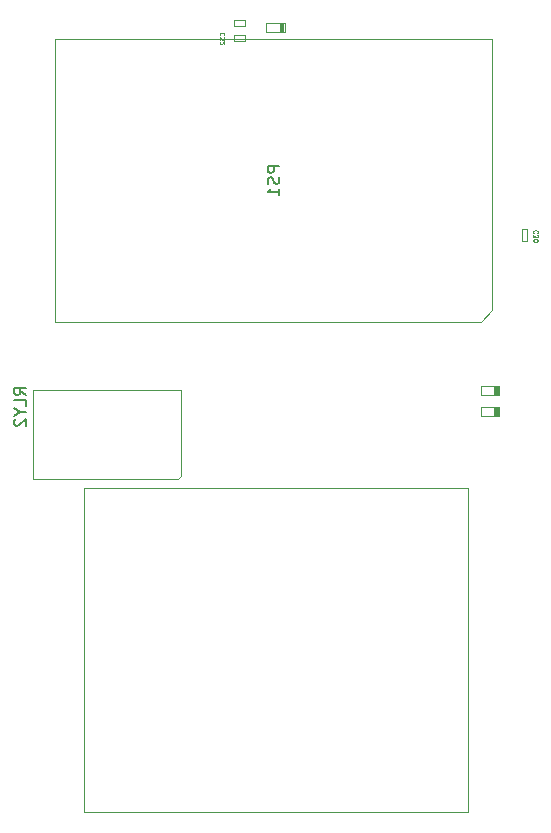
<source format=gbr>
G04 #@! TF.GenerationSoftware,KiCad,Pcbnew,(5.1.10)-1*
G04 #@! TF.CreationDate,2021-06-08T22:52:37-07:00*
G04 #@! TF.ProjectId,Plug_Pass,506c7567-5f50-4617-9373-2e6b69636164,v3.1*
G04 #@! TF.SameCoordinates,Original*
G04 #@! TF.FileFunction,Other,Fab,Bot*
%FSLAX46Y46*%
G04 Gerber Fmt 4.6, Leading zero omitted, Abs format (unit mm)*
G04 Created by KiCad (PCBNEW (5.1.10)-1) date 2021-06-08 22:52:37*
%MOMM*%
%LPD*%
G01*
G04 APERTURE LIST*
%ADD10C,0.100000*%
%ADD11C,0.010000*%
%ADD12C,0.200000*%
%ADD13C,0.025000*%
%ADD14C,0.050000*%
%ADD15C,0.120000*%
%ADD16C,0.150000*%
%ADD17C,0.038608*%
G04 APERTURE END LIST*
D10*
X170408000Y-84644000D02*
X134408000Y-84644000D01*
X134408000Y-84644000D02*
X134408000Y-60644000D01*
X134408000Y-60644000D02*
X171408000Y-60644000D01*
X171408000Y-60644000D02*
X171408000Y-83644000D01*
X170408000Y-84644000D02*
X171408000Y-83644000D01*
D11*
X171841000Y-92597000D02*
X171551000Y-92597000D01*
X171551000Y-92597000D02*
X171551000Y-91807000D01*
X171551000Y-91807000D02*
X171841000Y-91807000D01*
X171841000Y-91807000D02*
X171841000Y-92597000D01*
X171836000Y-92592000D02*
X171556000Y-92592000D01*
X171556000Y-92592000D02*
X171556000Y-91812000D01*
X171556000Y-91812000D02*
X171836000Y-91812000D01*
X171836000Y-91812000D02*
X171836000Y-92592000D01*
D12*
X171726000Y-92482000D02*
X171666000Y-92482000D01*
X171666000Y-92482000D02*
X171666000Y-91922000D01*
X171666000Y-91922000D02*
X171726000Y-91922000D01*
X171726000Y-91922000D02*
X171726000Y-92482000D01*
D10*
X171776000Y-92532000D02*
X171616000Y-92532000D01*
X171616000Y-92532000D02*
X171616000Y-91872000D01*
X171616000Y-91872000D02*
X171776000Y-91872000D01*
X171776000Y-91872000D02*
X171776000Y-92532000D01*
D13*
X171996000Y-92602000D02*
X170396000Y-92602000D01*
X170396000Y-92602000D02*
X170396000Y-91802000D01*
X170396000Y-91802000D02*
X171996000Y-91802000D01*
X171996000Y-91802000D02*
X171996000Y-92602000D01*
X171826000Y-92582000D02*
X171566000Y-92582000D01*
X171566000Y-92582000D02*
X171566000Y-91822000D01*
X171566000Y-91822000D02*
X171826000Y-91822000D01*
X171826000Y-91822000D02*
X171826000Y-92582000D01*
X171814000Y-92569000D02*
X171579000Y-92569000D01*
X171579000Y-92569000D02*
X171579000Y-91834000D01*
X171579000Y-91834000D02*
X171814000Y-91834000D01*
X171814000Y-91834000D02*
X171814000Y-92569000D01*
D14*
X171801000Y-92557000D02*
X171591000Y-92557000D01*
X171591000Y-92557000D02*
X171591000Y-91847000D01*
X171591000Y-91847000D02*
X171801000Y-91847000D01*
X171801000Y-91847000D02*
X171801000Y-92557000D01*
D11*
X171841000Y-90819000D02*
X171551000Y-90819000D01*
X171551000Y-90819000D02*
X171551000Y-90029000D01*
X171551000Y-90029000D02*
X171841000Y-90029000D01*
X171841000Y-90029000D02*
X171841000Y-90819000D01*
X171836000Y-90814000D02*
X171556000Y-90814000D01*
X171556000Y-90814000D02*
X171556000Y-90034000D01*
X171556000Y-90034000D02*
X171836000Y-90034000D01*
X171836000Y-90034000D02*
X171836000Y-90814000D01*
D12*
X171726000Y-90704000D02*
X171666000Y-90704000D01*
X171666000Y-90704000D02*
X171666000Y-90144000D01*
X171666000Y-90144000D02*
X171726000Y-90144000D01*
X171726000Y-90144000D02*
X171726000Y-90704000D01*
D10*
X171776000Y-90754000D02*
X171616000Y-90754000D01*
X171616000Y-90754000D02*
X171616000Y-90094000D01*
X171616000Y-90094000D02*
X171776000Y-90094000D01*
X171776000Y-90094000D02*
X171776000Y-90754000D01*
D13*
X171996000Y-90824000D02*
X170396000Y-90824000D01*
X170396000Y-90824000D02*
X170396000Y-90024000D01*
X170396000Y-90024000D02*
X171996000Y-90024000D01*
X171996000Y-90024000D02*
X171996000Y-90824000D01*
X171826000Y-90804000D02*
X171566000Y-90804000D01*
X171566000Y-90804000D02*
X171566000Y-90044000D01*
X171566000Y-90044000D02*
X171826000Y-90044000D01*
X171826000Y-90044000D02*
X171826000Y-90804000D01*
X171814000Y-90791000D02*
X171579000Y-90791000D01*
X171579000Y-90791000D02*
X171579000Y-90056000D01*
X171579000Y-90056000D02*
X171814000Y-90056000D01*
X171814000Y-90056000D02*
X171814000Y-90791000D01*
D14*
X171801000Y-90779000D02*
X171591000Y-90779000D01*
X171591000Y-90779000D02*
X171591000Y-90069000D01*
X171591000Y-90069000D02*
X171801000Y-90069000D01*
X171801000Y-90069000D02*
X171801000Y-90779000D01*
D13*
X149487000Y-59059000D02*
X150487000Y-59059000D01*
X150487000Y-59059000D02*
X150487000Y-59559000D01*
X150487000Y-59559000D02*
X149487000Y-59559000D01*
X149487000Y-59559000D02*
X149487000Y-59059000D01*
D11*
X153680000Y-60085000D02*
X153390000Y-60085000D01*
X153390000Y-60085000D02*
X153390000Y-59295000D01*
X153390000Y-59295000D02*
X153680000Y-59295000D01*
X153680000Y-59295000D02*
X153680000Y-60085000D01*
X153675000Y-60080000D02*
X153395000Y-60080000D01*
X153395000Y-60080000D02*
X153395000Y-59300000D01*
X153395000Y-59300000D02*
X153675000Y-59300000D01*
X153675000Y-59300000D02*
X153675000Y-60080000D01*
D12*
X153565000Y-59970000D02*
X153505000Y-59970000D01*
X153505000Y-59970000D02*
X153505000Y-59410000D01*
X153505000Y-59410000D02*
X153565000Y-59410000D01*
X153565000Y-59410000D02*
X153565000Y-59970000D01*
D10*
X153615000Y-60020000D02*
X153455000Y-60020000D01*
X153455000Y-60020000D02*
X153455000Y-59360000D01*
X153455000Y-59360000D02*
X153615000Y-59360000D01*
X153615000Y-59360000D02*
X153615000Y-60020000D01*
D13*
X153835000Y-60090000D02*
X152235000Y-60090000D01*
X152235000Y-60090000D02*
X152235000Y-59290000D01*
X152235000Y-59290000D02*
X153835000Y-59290000D01*
X153835000Y-59290000D02*
X153835000Y-60090000D01*
X153665000Y-60070000D02*
X153405000Y-60070000D01*
X153405000Y-60070000D02*
X153405000Y-59310000D01*
X153405000Y-59310000D02*
X153665000Y-59310000D01*
X153665000Y-59310000D02*
X153665000Y-60070000D01*
X153653000Y-60057000D02*
X153418000Y-60057000D01*
X153418000Y-60057000D02*
X153418000Y-59322000D01*
X153418000Y-59322000D02*
X153653000Y-59322000D01*
X153653000Y-59322000D02*
X153653000Y-60057000D01*
D14*
X153640000Y-60045000D02*
X153430000Y-60045000D01*
X153430000Y-60045000D02*
X153430000Y-59335000D01*
X153430000Y-59335000D02*
X153640000Y-59335000D01*
X153640000Y-59335000D02*
X153640000Y-60045000D01*
D13*
X174367000Y-76785000D02*
X174367000Y-77785000D01*
X174367000Y-77785000D02*
X173867000Y-77785000D01*
X173867000Y-77785000D02*
X173867000Y-76785000D01*
X173867000Y-76785000D02*
X174367000Y-76785000D01*
X149487000Y-60329000D02*
X150487000Y-60329000D01*
X150487000Y-60329000D02*
X150487000Y-60829000D01*
X150487000Y-60829000D02*
X149487000Y-60829000D01*
X149487000Y-60829000D02*
X149487000Y-60329000D01*
D15*
X136855200Y-126161800D02*
X169365200Y-126161800D01*
X136855200Y-98731800D02*
X169365200Y-98731800D01*
X136855200Y-126161800D02*
X136855200Y-98731800D01*
X169365200Y-126161800D02*
X169365200Y-98731800D01*
D10*
X145014000Y-97672000D02*
X145014000Y-90397000D01*
X144789000Y-97897000D02*
X132514000Y-97897000D01*
X145014000Y-97672000D02*
X144789000Y-97897000D01*
X132514000Y-97897000D02*
X132514000Y-90397000D01*
X145014000Y-90397000D02*
X132514000Y-90397000D01*
D16*
X153360380Y-71429714D02*
X152360380Y-71429714D01*
X152360380Y-71810666D01*
X152408000Y-71905904D01*
X152455619Y-71953523D01*
X152550857Y-72001142D01*
X152693714Y-72001142D01*
X152788952Y-71953523D01*
X152836571Y-71905904D01*
X152884190Y-71810666D01*
X152884190Y-71429714D01*
X153312761Y-72382095D02*
X153360380Y-72524952D01*
X153360380Y-72763047D01*
X153312761Y-72858285D01*
X153265142Y-72905904D01*
X153169904Y-72953523D01*
X153074666Y-72953523D01*
X152979428Y-72905904D01*
X152931809Y-72858285D01*
X152884190Y-72763047D01*
X152836571Y-72572571D01*
X152788952Y-72477333D01*
X152741333Y-72429714D01*
X152646095Y-72382095D01*
X152550857Y-72382095D01*
X152455619Y-72429714D01*
X152408000Y-72477333D01*
X152360380Y-72572571D01*
X152360380Y-72810666D01*
X152408000Y-72953523D01*
X153360380Y-73905904D02*
X153360380Y-73334476D01*
X153360380Y-73620190D02*
X152360380Y-73620190D01*
X152503238Y-73524952D01*
X152598476Y-73429714D01*
X152646095Y-73334476D01*
D17*
X175204845Y-77114636D02*
X175223230Y-77096251D01*
X175241615Y-77041097D01*
X175241615Y-77004327D01*
X175223230Y-76949173D01*
X175186460Y-76912403D01*
X175149691Y-76894019D01*
X175076152Y-76875634D01*
X175020998Y-76875634D01*
X174947459Y-76894019D01*
X174910689Y-76912403D01*
X174873920Y-76949173D01*
X174855535Y-77004327D01*
X174855535Y-77041097D01*
X174873920Y-77096251D01*
X174892304Y-77114636D01*
X174855535Y-77243329D02*
X174855535Y-77482331D01*
X175002613Y-77353638D01*
X175002613Y-77408792D01*
X175020998Y-77445561D01*
X175039382Y-77463946D01*
X175076152Y-77482331D01*
X175168076Y-77482331D01*
X175204845Y-77463946D01*
X175223230Y-77445561D01*
X175241615Y-77408792D01*
X175241615Y-77298483D01*
X175223230Y-77261714D01*
X175204845Y-77243329D01*
X174855535Y-77721333D02*
X174855535Y-77758102D01*
X174873920Y-77794872D01*
X174892304Y-77813257D01*
X174929074Y-77831641D01*
X175002613Y-77850026D01*
X175094537Y-77850026D01*
X175168076Y-77831641D01*
X175204845Y-77813257D01*
X175223230Y-77794872D01*
X175241615Y-77758102D01*
X175241615Y-77721333D01*
X175223230Y-77684563D01*
X175204845Y-77666179D01*
X175168076Y-77647794D01*
X175094537Y-77629409D01*
X175002613Y-77629409D01*
X174929074Y-77647794D01*
X174892304Y-77666179D01*
X174873920Y-77684563D01*
X174855535Y-77721333D01*
X148661845Y-60379975D02*
X148680230Y-60361590D01*
X148698615Y-60306436D01*
X148698615Y-60269666D01*
X148680230Y-60214512D01*
X148643460Y-60177742D01*
X148606691Y-60159358D01*
X148533152Y-60140973D01*
X148477998Y-60140973D01*
X148404459Y-60159358D01*
X148367689Y-60177742D01*
X148330920Y-60214512D01*
X148312535Y-60269666D01*
X148312535Y-60306436D01*
X148330920Y-60361590D01*
X148349304Y-60379975D01*
X148312535Y-60508668D02*
X148312535Y-60747670D01*
X148459613Y-60618977D01*
X148459613Y-60674131D01*
X148477998Y-60710900D01*
X148496382Y-60729285D01*
X148533152Y-60747670D01*
X148625076Y-60747670D01*
X148661845Y-60729285D01*
X148680230Y-60710900D01*
X148698615Y-60674131D01*
X148698615Y-60563822D01*
X148680230Y-60527053D01*
X148661845Y-60508668D01*
X148349304Y-60894748D02*
X148330920Y-60913133D01*
X148312535Y-60949902D01*
X148312535Y-61041826D01*
X148330920Y-61078596D01*
X148349304Y-61096980D01*
X148386074Y-61115365D01*
X148422843Y-61115365D01*
X148477998Y-61096980D01*
X148698615Y-60876363D01*
X148698615Y-61115365D01*
D16*
X131897380Y-90821000D02*
X131421190Y-90487666D01*
X131897380Y-90249571D02*
X130897380Y-90249571D01*
X130897380Y-90630523D01*
X130945000Y-90725761D01*
X130992619Y-90773380D01*
X131087857Y-90821000D01*
X131230714Y-90821000D01*
X131325952Y-90773380D01*
X131373571Y-90725761D01*
X131421190Y-90630523D01*
X131421190Y-90249571D01*
X131897380Y-91725761D02*
X131897380Y-91249571D01*
X130897380Y-91249571D01*
X131421190Y-92249571D02*
X131897380Y-92249571D01*
X130897380Y-91916238D02*
X131421190Y-92249571D01*
X130897380Y-92582904D01*
X130992619Y-92868619D02*
X130945000Y-92916238D01*
X130897380Y-93011476D01*
X130897380Y-93249571D01*
X130945000Y-93344809D01*
X130992619Y-93392428D01*
X131087857Y-93440047D01*
X131183095Y-93440047D01*
X131325952Y-93392428D01*
X131897380Y-92821000D01*
X131897380Y-93440047D01*
M02*

</source>
